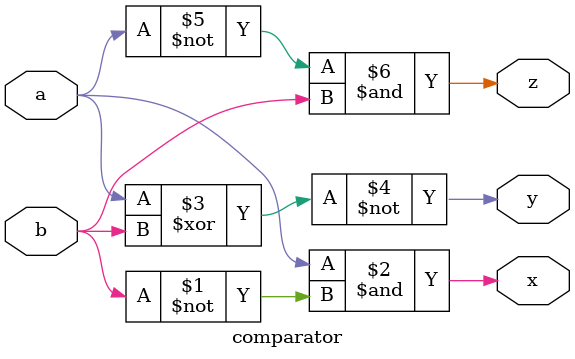
<source format=v>
`timescale 1ns / 1ps


module comparator(
    input wire a,b,
    output wire x,y,z
    );
    assign x = a & ~b;
    assign y = ~(a ^ b);
    assign z = ~a & b;
endmodule

</source>
